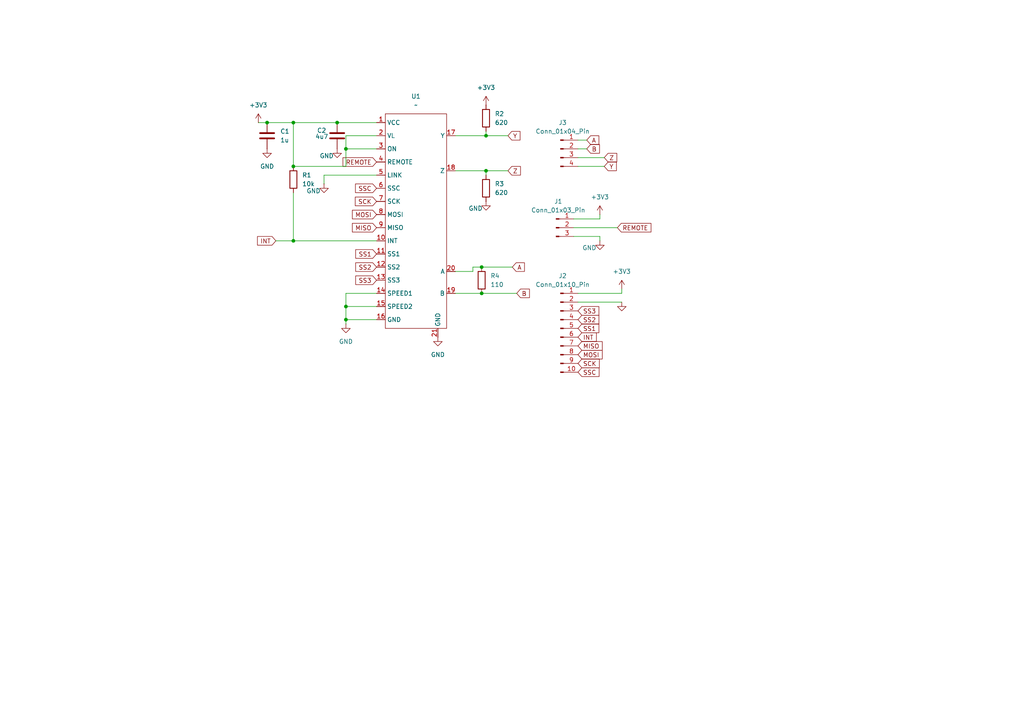
<source format=kicad_sch>
(kicad_sch (version 20250114) (generator "eeschema") (generator_version "9.0")
  (paper "A4")
  (lib_symbols
    (symbol "Connector:Conn_01x03_Pin" (pin_names (offset 1.016) (hide yes))
      (property "Reference" "J" (at 0 5.08 0))
      (property "Value" "Conn_01x03_Pin" (at 0 -5.08 0))
      (symbol "Conn_01x03_Pin_1_1"
        (rectangle (start 0.8636 2.667) (end 0 2.413) (stroke (width 0.1524)) (fill (type outline)))
        (rectangle (start 0.8636 0.127) (end 0 -0.127) (stroke (width 0.1524)) (fill (type outline)))
        (rectangle (start 0.8636 -2.413) (end 0 -2.667) (stroke (width 0.1524)) (fill (type outline)))
        (polyline (pts (xy 1.27 2.54) (xy 0.8636 2.54)) (stroke (width 0.1524)))
        (polyline (pts (xy 1.27 0) (xy 0.8636 0)) (stroke (width 0.1524)))
        (polyline (pts (xy 1.27 -2.54) (xy 0.8636 -2.54)) (stroke (width 0.1524)))
        (pin passive line (at 5.08 2.54 180) (length 3.81) (name "Pin_1") (number "1"))
        (pin passive line (at 5.08 0 180) (length 3.81) (name "Pin_2") (number "2"))
        (pin passive line (at 5.08 -2.54 180) (length 3.81) (name "Pin_3") (number "3"))
      )
    )
    (symbol "Connector:Conn_01x04_Pin" (pin_names (offset 1.016) (hide yes))
      (property "Reference" "J" (at 0 5.08 0))
      (property "Value" "Conn_01x04_Pin" (at 0 -7.62 0))
      (symbol "Conn_01x04_Pin_1_1"
        (rectangle (start 0.8636 2.667) (end 0 2.413) (stroke (width 0.1524)) (fill (type outline)))
        (rectangle (start 0.8636 0.127) (end 0 -0.127) (stroke (width 0.1524)) (fill (type outline)))
        (rectangle (start 0.8636 -2.413) (end 0 -2.667) (stroke (width 0.1524)) (fill (type outline)))
        (rectangle (start 0.8636 -4.953) (end 0 -5.207) (stroke (width 0.1524)) (fill (type outline)))
        (polyline (pts (xy 1.27 2.54) (xy 0.8636 2.54)) (stroke (width 0.1524)))
        (polyline (pts (xy 1.27 0) (xy 0.8636 0)) (stroke (width 0.1524)))
        (polyline (pts (xy 1.27 -2.54) (xy 0.8636 -2.54)) (stroke (width 0.1524)))
        (polyline (pts (xy 1.27 -5.08) (xy 0.8636 -5.08)) (stroke (width 0.1524)))
        (pin passive line (at 5.08 2.54 180) (length 3.81) (name "Pin_1") (number "1"))
        (pin passive line (at 5.08 0 180) (length 3.81) (name "Pin_2") (number "2"))
        (pin passive line (at 5.08 -2.54 180) (length 3.81) (name "Pin_3") (number "3"))
        (pin passive line (at 5.08 -5.08 180) (length 3.81) (name "Pin_4") (number "4"))
      )
    )
    (symbol "Connector:Conn_01x10_Pin" (pin_names (offset 1.016) (hide yes))
      (property "Reference" "J" (at 0 12.7 0))
      (property "Value" "Conn_01x10_Pin" (at 0 -15.24 0))
      (symbol "Conn_01x10_Pin_1_1"
        (rectangle (start 0.8636 10.287) (end 0 10.033) (stroke (width 0.1524)) (fill (type outline)))
        (rectangle (start 0.8636 7.747) (end 0 7.493) (stroke (width 0.1524)) (fill (type outline)))
        (rectangle (start 0.8636 5.207) (end 0 4.953) (stroke (width 0.1524)) (fill (type outline)))
        (rectangle (start 0.8636 2.667) (end 0 2.413) (stroke (width 0.1524)) (fill (type outline)))
        (rectangle (start 0.8636 0.127) (end 0 -0.127) (stroke (width 0.1524)) (fill (type outline)))
        (rectangle (start 0.8636 -2.413) (end 0 -2.667) (stroke (width 0.1524)) (fill (type outline)))
        (rectangle (start 0.8636 -4.953) (end 0 -5.207) (stroke (width 0.1524)) (fill (type outline)))
        (rectangle (start 0.8636 -7.493) (end 0 -7.747) (stroke (width 0.1524)) (fill (type outline)))
        (rectangle (start 0.8636 -10.033) (end 0 -10.287) (stroke (width 0.1524)) (fill (type outline)))
        (rectangle (start 0.8636 -12.573) (end 0 -12.827) (stroke (width 0.1524)) (fill (type outline)))
        (polyline (pts (xy 1.27 10.16) (xy 0.8636 10.16)) (stroke (width 0.1524)))
        (polyline (pts (xy 1.27 7.62) (xy 0.8636 7.62)) (stroke (width 0.1524)))
        (polyline (pts (xy 1.27 5.08) (xy 0.8636 5.08)) (stroke (width 0.1524)))
        (polyline (pts (xy 1.27 2.54) (xy 0.8636 2.54)) (stroke (width 0.1524)))
        (polyline (pts (xy 1.27 0) (xy 0.8636 0)) (stroke (width 0.1524)))
        (polyline (pts (xy 1.27 -2.54) (xy 0.8636 -2.54)) (stroke (width 0.1524)))
        (polyline (pts (xy 1.27 -5.08) (xy 0.8636 -5.08)) (stroke (width 0.1524)))
        (polyline (pts (xy 1.27 -7.62) (xy 0.8636 -7.62)) (stroke (width 0.1524)))
        (polyline (pts (xy 1.27 -10.16) (xy 0.8636 -10.16)) (stroke (width 0.1524)))
        (polyline (pts (xy 1.27 -12.7) (xy 0.8636 -12.7)) (stroke (width 0.1524)))
        (pin passive line (at 5.08 10.16 180) (length 3.81) (name "Pin_1") (number "1"))
        (pin passive line (at 5.08 7.62 180) (length 3.81) (name "Pin_2") (number "2"))
        (pin passive line (at 5.08 5.08 180) (length 3.81) (name "Pin_3") (number "3"))
        (pin passive line (at 5.08 2.54 180) (length 3.81) (name "Pin_4") (number "4"))
        (pin passive line (at 5.08 0 180) (length 3.81) (name "Pin_5") (number "5"))
        (pin passive line (at 5.08 -2.54 180) (length 3.81) (name "Pin_6") (number "6"))
        (pin passive line (at 5.08 -5.08 180) (length 3.81) (name "Pin_7") (number "7"))
        (pin passive line (at 5.08 -7.62 180) (length 3.81) (name "Pin_8") (number "8"))
        (pin passive line (at 5.08 -10.16 180) (length 3.81) (name "Pin_9") (number "9"))
        (pin passive line (at 5.08 -12.7 180) (length 3.81) (name "Pin_10") (number "10"))
      )
    )
    (symbol "Device:C" (pin_numbers (hide yes)) (pin_names (offset 0.254))
      (property "Reference" "C" (at 0.635 2.54 0))
      (property "Value" "C" (at 0.635 -2.54 0))
      (symbol "C_0_1"
        (polyline (pts (xy -2.032 0.762) (xy 2.032 0.762)) (stroke (width 0.508)))
        (polyline (pts (xy -2.032 -0.762) (xy 2.032 -0.762)) (stroke (width 0.508)))
      )
      (symbol "C_1_1"
        (pin passive line (at 0 3.81 270) (length 2.794) (name "~") (number "1"))
        (pin passive line (at 0 -3.81 90) (length 2.794) (name "~") (number "2"))
      )
    )
    (symbol "Device:R" (pin_numbers (hide yes)) (pin_names (offset 0))
      (property "Reference" "R" (at 2.032 0 90))
      (property "Value" "R" (at 0 0 90))
      (symbol "R_0_1"
        (rectangle (start -1.016 -2.54) (end 1.016 2.54) (stroke (width 0.254)))
      )
      (symbol "R_1_1"
        (pin passive line (at 0 3.81 270) (length 1.27) (name "~") (number "1"))
        (pin passive line (at 0 -3.81 90) (length 1.27) (name "~") (number "2"))
      )
    )
    (symbol "power:+3V3" (power) (pin_numbers (hide yes)) (pin_names (offset 0) (hide yes))
      (property "Value" "+3V3" (at 0 3.556 0))
      (symbol "+3V3_0_1"
        (polyline (pts (xy -0.762 1.27) (xy 0 2.54)))
        (polyline (pts (xy 0 2.54) (xy 0.762 1.27)))
        (polyline (pts (xy 0 0) (xy 0 2.54)))
      )
      (symbol "+3V3_1_1"
        (pin power_in line (at 0 0 90) (length 0) (name "~") (number "1"))
      )
    )
    (symbol "power:GND" (power) (pin_numbers (hide yes)) (pin_names (offset 0) (hide yes))
      (property "Value" "GND" (at 0 -3.81 0))
      (symbol "GND_0_1"
        (polyline (pts (xy 0 0) (xy 0 -1.27) (xy 1.27 -1.27) (xy 0 -2.54) (xy -1.27 -1.27) (xy 0 -1.27)))
      )
      (symbol "GND_1_1"
        (pin power_in line (at 0 0 270) (length 0) (name "~") (number "1"))
      )
    )
    (symbol "project:LTC4332"
      (property "Reference" "U" (at 4.826 -52.578 0))
      (symbol "LTC4332_0_1"
        (rectangle (start -3.81 11.43) (end 13.97 -50.8))
      )
      (symbol "LTC4332_1_1"
        (pin power_in line (at -6.35 8.89 0) (length 2.54) (name "VCC") (number "1"))
        (pin input line (at -6.35 5.08 0) (length 2.54) (name "VL") (number "2"))
        (pin input line (at -6.35 1.27 0) (length 2.54) (name "ON") (number "3"))
        (pin input line (at -6.35 -2.54 0) (length 2.54) (name "REMOTE") (number "4"))
        (pin input line (at -6.35 -6.35 0) (length 2.54) (name "LINK") (number "5"))
        (pin input line (at -6.35 -10.16 0) (length 2.54) (name "SSC") (number "6"))
        (pin input line (at -6.35 -13.97 0) (length 2.54) (name "SCK") (number "7"))
        (pin input line (at -6.35 -17.78 0) (length 2.54) (name "MOSI") (number "8"))
        (pin input line (at -6.35 -21.59 0) (length 2.54) (name "MISO") (number "9"))
        (pin input line (at -6.35 -25.4 0) (length 2.54) (name "INT") (number "10"))
        (pin input line (at -6.35 -29.21 0) (length 2.54) (name "SS1") (number "11"))
        (pin input line (at -6.35 -33.02 0) (length 2.54) (name "SS2") (number "12"))
        (pin input line (at -6.35 -36.83 0) (length 2.54) (name "SS3") (number "13"))
        (pin input line (at -6.35 -40.64 0) (length 2.54) (name "SPEED1") (number "14"))
        (pin input line (at -6.35 -44.45 0) (length 2.54) (name "SPEED2") (number "15"))
        (pin input line (at -6.35 -48.26 0) (length 2.54) (name "GND") (number "16"))
        (pin power_in line (at 11.43 -53.34 90) (length 2.54) (name "GND") (number "21"))
        (pin power_in line (at 16.51 5.08 180) (length 2.54) (name "Y") (number "17"))
        (pin power_in line (at 16.51 -5.08 180) (length 2.54) (name "Z") (number "18"))
        (pin power_in line (at 16.51 -34.29 180) (length 2.54) (name "A") (number "20"))
        (pin power_in line (at 16.51 -40.64 180) (length 2.54) (name "B") (number "19"))
      )
    )
  )
  (junction (at 139.7 85.09))
  (junction (at 100.33 88.9))
  (junction (at 97.79 35.56))
  (junction (at 140.97 49.53))
  (junction (at 85.09 35.56))
  (junction (at 100.33 43.18))
  (junction (at 85.09 48.26))
  (junction (at 85.09 69.85))
  (junction (at 100.33 92.71))
  (junction (at 139.7 77.47))
  (junction (at 77.47 35.56))
  (junction (at 140.97 39.37))
  (wire (pts (xy 132.08 49.53) (xy 140.97 49.53)))
  (wire (pts (xy 140.97 49.53) (xy 147.32 49.53)))
  (wire (pts (xy 137.16 77.47) (xy 139.7 77.47)))
  (wire (pts (xy 139.7 77.47) (xy 148.59 77.47)))
  (wire (pts (xy 100.33 92.71) (xy 109.22 92.71)))
  (wire (pts (xy 140.97 39.37) (xy 147.32 39.37)))
  (wire (pts (xy 166.37 63.5) (xy 173.99 63.5)))
  (wire (pts (xy 100.33 92.71) (xy 100.33 93.98)))
  (wire (pts (xy 137.16 78.74) (xy 132.08 78.74)))
  (wire (pts (xy 100.33 85.09) (xy 100.33 88.9)))
  (wire (pts (xy 100.33 48.26) (xy 100.33 43.18)))
  (wire (pts (xy 139.7 85.09) (xy 149.86 85.09)))
  (wire (pts (xy 132.08 39.37) (xy 140.97 39.37)))
  (wire (pts (xy 137.16 78.74) (xy 137.16 77.47)))
  (wire (pts (xy 97.79 35.56) (xy 109.22 35.56)))
  (wire (pts (xy 100.33 88.9) (xy 109.22 88.9)))
  (wire (pts (xy 74.93 35.56) (xy 77.47 35.56)))
  (wire (pts (xy 167.64 43.18) (xy 170.18 43.18)))
  (wire (pts (xy 166.37 66.04) (xy 179.07 66.04)))
  (wire (pts (xy 166.37 68.58) (xy 173.99 68.58)))
  (wire (pts (xy 85.09 35.56) (xy 85.09 48.26)))
  (wire (pts (xy 85.09 69.85) (xy 109.22 69.85)))
  (wire (pts (xy 180.34 85.09) (xy 180.34 83.82)))
  (wire (pts (xy 173.99 63.5) (xy 173.99 62.23)))
  (wire (pts (xy 77.47 35.56) (xy 85.09 35.56)))
  (wire (pts (xy 93.98 50.8) (xy 109.22 50.8)))
  (wire (pts (xy 85.09 48.26) (xy 100.33 48.26)))
  (wire (pts (xy 80.01 69.85) (xy 85.09 69.85)))
  (wire (pts (xy 167.64 48.26) (xy 175.26 48.26)))
  (wire (pts (xy 167.64 87.63) (xy 180.34 87.63)))
  (wire (pts (xy 93.98 53.34) (xy 93.98 50.8)))
  (wire (pts (xy 100.33 88.9) (xy 100.33 92.71)))
  (wire (pts (xy 85.09 35.56) (xy 97.79 35.56)))
  (wire (pts (xy 167.64 45.72) (xy 175.26 45.72)))
  (wire (pts (xy 100.33 43.18) (xy 109.22 43.18)))
  (wire (pts (xy 85.09 55.88) (xy 85.09 69.85)))
  (wire (pts (xy 100.33 39.37) (xy 109.22 39.37)))
  (wire (pts (xy 100.33 43.18) (xy 100.33 39.37)))
  (wire (pts (xy 109.22 85.09) (xy 100.33 85.09)))
  (wire (pts (xy 173.99 68.58) (xy 173.99 69.85)))
  (wire (pts (xy 132.08 85.09) (xy 139.7 85.09)))
  (wire (pts (xy 167.64 40.64) (xy 170.18 40.64)))
  (wire (pts (xy 140.97 49.53) (xy 140.97 50.8)))
  (wire (pts (xy 140.97 39.37) (xy 140.97 38.1)))
  (wire (pts (xy 167.64 85.09) (xy 180.34 85.09)))
  (global_label "SSC" (shape input) (at 167.64 107.95 0) (property "Intersheetrefs" "${INTERSHEET_REFS}" (effects (hide yes))))
  (global_label "MOSI" (shape input) (at 109.22 62.23 180) (property "Intersheetrefs" "${INTERSHEET_REFS}" (effects (hide yes))))
  (global_label "SS1" (shape input) (at 167.64 95.25 0) (property "Intersheetrefs" "${INTERSHEET_REFS}" (effects (hide yes))))
  (global_label "SS2" (shape input) (at 167.64 92.71 0) (property "Intersheetrefs" "${INTERSHEET_REFS}" (effects (hide yes))))
  (global_label "INT" (shape input) (at 80.01 69.85 180) (property "Intersheetrefs" "${INTERSHEET_REFS}" (effects (hide yes))))
  (global_label "MISO" (shape input) (at 167.64 100.33 0) (property "Intersheetrefs" "${INTERSHEET_REFS}" (effects (hide yes))))
  (global_label "B" (shape input) (at 170.18 43.18 0) (property "Intersheetrefs" "${INTERSHEET_REFS}" (effects (hide yes))))
  (global_label "SS3" (shape input) (at 109.22 81.28 180) (property "Intersheetrefs" "${INTERSHEET_REFS}" (effects (hide yes))))
  (global_label "A" (shape input) (at 148.59 77.47 0) (property "Intersheetrefs" "${INTERSHEET_REFS}" (effects (hide yes))))
  (global_label "Z" (shape input) (at 175.26 45.72 0) (property "Intersheetrefs" "${INTERSHEET_REFS}" (effects (hide yes))))
  (global_label "MISO" (shape input) (at 109.22 66.04 180) (property "Intersheetrefs" "${INTERSHEET_REFS}" (effects (hide yes))))
  (global_label "MOSI" (shape input) (at 167.64 102.87 0) (property "Intersheetrefs" "${INTERSHEET_REFS}" (effects (hide yes))))
  (global_label "B" (shape input) (at 149.86 85.09 0) (property "Intersheetrefs" "${INTERSHEET_REFS}" (effects (hide yes))))
  (global_label "SCK" (shape input) (at 109.22 58.42 180) (property "Intersheetrefs" "${INTERSHEET_REFS}" (effects (hide yes))))
  (global_label "REMOTE" (shape input) (at 109.22 46.99 180) (property "Intersheetrefs" "${INTERSHEET_REFS}" (effects (hide yes))))
  (global_label "SSC" (shape input) (at 109.22 54.61 180) (property "Intersheetrefs" "${INTERSHEET_REFS}" (effects (hide yes))))
  (global_label "SS3" (shape input) (at 167.64 90.17 0) (property "Intersheetrefs" "${INTERSHEET_REFS}" (effects (hide yes))))
  (global_label "SS1" (shape input) (at 109.22 73.66 180) (property "Intersheetrefs" "${INTERSHEET_REFS}" (effects (hide yes))))
  (global_label "INT" (shape input) (at 167.64 97.79 0) (property "Intersheetrefs" "${INTERSHEET_REFS}" (effects (hide yes))))
  (global_label "Y" (shape input) (at 175.26 48.26 0) (property "Intersheetrefs" "${INTERSHEET_REFS}" (effects (hide yes))))
  (global_label "SS2" (shape input) (at 109.22 77.47 180) (property "Intersheetrefs" "${INTERSHEET_REFS}" (effects (hide yes))))
  (global_label "SCK" (shape input) (at 167.64 105.41 0) (property "Intersheetrefs" "${INTERSHEET_REFS}" (effects (hide yes))))
  (global_label "Z" (shape input) (at 147.32 49.53 0) (property "Intersheetrefs" "${INTERSHEET_REFS}" (effects (hide yes))))
  (global_label "Y" (shape input) (at 147.32 39.37 0) (property "Intersheetrefs" "${INTERSHEET_REFS}" (effects (hide yes))))
  (global_label "A" (shape input) (at 170.18 40.64 0) (property "Intersheetrefs" "${INTERSHEET_REFS}" (effects (hide yes))))
  (global_label "REMOTE" (shape input) (at 179.07 66.04 0) (property "Intersheetrefs" "${INTERSHEET_REFS}" (effects (hide yes))))
  (symbol (lib_id "Device:R") (at 140.97 34.29 0) (unit 1)
    (property "Reference" "R2" (at 143.51 33.0199 0) (effects (justify left)))
    (property "Value" "620" (at 143.51 35.5599 0) (effects (justify left)))
    (property "Footprint" "Resistor_SMD:R_0603_1608Metric" (effects (hide yes)))
    (property "Description" "Resistor" (effects (hide yes)))
  )
  (symbol (lib_id "power:+3V3") (at 140.97 30.48 0) (unit 1)
    (property "Reference" "#PWR07" (effects (hide yes)))
    (property "Value" "+3V3" (at 140.97 25.4 0))
    (property "Description" "Power symbol creates a global label with name \"+3V3\"" (effects (hide yes)))
  )
  (symbol (lib_id "Connector:Conn_01x04_Pin") (at 162.56 43.18 0) (unit 1)
    (property "Reference" "J3" (at 163.195 35.56 0))
    (property "Value" "Conn_01x04_Pin" (at 163.195 38.1 0))
    (property "Footprint" "Connector_PinHeader_2.54mm:PinHeader_1x04_P2.54mm_Horizontal" (effects (hide yes)))
    (property "Description" "Generic connector, single row, 01x04, script generated" (effects (hide yes)))
  )
  (symbol (lib_id "project:LTC4332") (at 115.57 44.45 0) (unit 1)
    (property "Reference" "U1" (at 120.65 27.94 0))
    (property "Value" "~" (at 120.65 30.48 0))
    (property "Footprint" "Package_DFN_QFN:QFN-20-1EP_4x5mm_P0.5mm_EP2.65x3.65mm" (effects (hide yes)))
  )
  (symbol (lib_id "power:+3V3") (at 173.99 62.23 0) (unit 1)
    (property "Reference" "#PWR09" (effects (hide yes)))
    (property "Value" "+3V3" (at 173.99 57.15 0))
    (property "Description" "Power symbol creates a global label with name \"+3V3\"" (effects (hide yes)))
  )
  (symbol (lib_id "Device:R") (at 85.09 52.07 0) (unit 1)
    (property "Reference" "R1" (at 87.63 50.7999 0) (effects (justify left)))
    (property "Value" "10k" (at 87.63 53.3399 0) (effects (justify left)))
    (property "Footprint" "Resistor_SMD:R_0603_1608Metric" (effects (hide yes)))
    (property "Description" "Resistor" (effects (hide yes)))
  )
  (symbol (lib_id "Connector:Conn_01x10_Pin") (at 162.56 95.25 0) (unit 1)
    (property "Reference" "J2" (at 163.195 80.01 0))
    (property "Value" "Conn_01x10_Pin" (at 163.195 82.55 0))
    (property "Footprint" "Connector_PinHeader_2.54mm:PinHeader_1x10_P2.54mm_Horizontal" (effects (hide yes)))
    (property "Description" "Generic connector, single row, 01x10, script generated" (effects (hide yes)))
  )
  (symbol (lib_id "power:+3V3") (at 180.34 83.82 0) (unit 1)
    (property "Reference" "#PWR012" (effects (hide yes)))
    (property "Value" "+3V3" (at 180.34 78.74 0))
    (property "Description" "Power symbol creates a global label with name \"+3V3\"" (effects (hide yes)))
  )
  (symbol (lib_id "power:GND") (at 77.47 43.18 0) (unit 1)
    (property "Reference" "#PWR02" (effects (hide yes)))
    (property "Value" "GND" (at 77.47 48.26 0))
    (property "Description" "Power symbol creates a global label with name \"GND\" , ground" (effects (hide yes)))
  )
  (symbol (lib_id "power:GND") (at 140.97 58.42 0) (unit 1)
    (property "Reference" "#PWR08" (effects (hide yes)))
    (property "Value" "GND" (at 137.922 60.452 0))
    (property "Description" "Power symbol creates a global label with name \"GND\" , ground" (effects (hide yes)))
  )
  (symbol (lib_id "Device:R") (at 140.97 54.61 0) (unit 1)
    (property "Reference" "R3" (at 143.51 53.3399 0) (effects (justify left)))
    (property "Value" "620" (at 143.51 55.8799 0) (effects (justify left)))
    (property "Footprint" "Resistor_SMD:R_0603_1608Metric" (effects (hide yes)))
    (property "Description" "Resistor" (effects (hide yes)))
  )
  (symbol (lib_id "power:GND") (at 100.33 93.98 0) (unit 1)
    (property "Reference" "#PWR05" (effects (hide yes)))
    (property "Value" "GND" (at 100.33 99.06 0))
    (property "Description" "Power symbol creates a global label with name \"GND\" , ground" (effects (hide yes)))
  )
  (symbol (lib_id "Device:C") (at 97.79 39.37 0) (unit 1)
    (property "Reference" "C2" (at 91.948 37.846 0) (effects (justify left)))
    (property "Value" "4u7" (at 91.44 39.624 0) (effects (justify left)))
    (property "Footprint" "Capacitor_SMD:C_0603_1608Metric" (effects (hide yes)))
    (property "Description" "Unpolarized capacitor" (effects (hide yes)))
  )
  (symbol (lib_id "Device:C") (at 77.47 39.37 0) (unit 1)
    (property "Reference" "C1" (at 81.28 38.0999 0) (effects (justify left)))
    (property "Value" "1u" (at 81.28 40.6399 0) (effects (justify left)))
    (property "Footprint" "Capacitor_SMD:C_0603_1608Metric" (effects (hide yes)))
    (property "Description" "Unpolarized capacitor" (effects (hide yes)))
  )
  (symbol (lib_id "Device:R") (at 139.7 81.28 0) (unit 1)
    (property "Reference" "R4" (at 142.24 80.0099 0) (effects (justify left)))
    (property "Value" "110" (at 142.24 82.5499 0) (effects (justify left)))
    (property "Footprint" "Resistor_SMD:R_0603_1608Metric" (effects (hide yes)))
    (property "Description" "Resistor" (effects (hide yes)))
  )
  (symbol (lib_id "power:GND") (at 97.79 43.18 0) (unit 1)
    (property "Reference" "#PWR03" (effects (hide yes)))
    (property "Value" "GND" (at 94.742 45.212 0))
    (property "Description" "Power symbol creates a global label with name \"GND\" , ground" (effects (hide yes)))
  )
  (symbol (lib_id "power:GND") (at 180.34 87.63 0) (unit 1)
    (property "Reference" "#PWR011" (effects (hide yes)))
    (property "Value" "GND" (effects (hide yes)))
    (property "Description" "Power symbol creates a global label with name \"GND\" , ground" (effects (hide yes)))
  )
  (symbol (lib_id "power:GND") (at 173.99 69.85 0) (unit 1)
    (property "Reference" "#PWR010" (effects (hide yes)))
    (property "Value" "GND" (at 170.942 71.882 0))
    (property "Description" "Power symbol creates a global label with name \"GND\" , ground" (effects (hide yes)))
  )
  (symbol (lib_id "power:GND") (at 127 97.79 0) (unit 1)
    (property "Reference" "#PWR06" (effects (hide yes)))
    (property "Value" "GND" (at 127 102.87 0))
    (property "Description" "Power symbol creates a global label with name \"GND\" , ground" (effects (hide yes)))
  )
  (symbol (lib_id "power:GND") (at 93.98 53.34 0) (unit 1)
    (property "Reference" "#PWR04" (effects (hide yes)))
    (property "Value" "GND" (at 90.932 55.372 0))
    (property "Description" "Power symbol creates a global label with name \"GND\" , ground" (effects (hide yes)))
  )
  (symbol (lib_id "power:+3V3") (at 74.93 35.56 0) (unit 1)
    (property "Reference" "#PWR01" (effects (hide yes)))
    (property "Value" "+3V3" (at 74.93 30.48 0))
    (property "Description" "Power symbol creates a global label with name \"+3V3\"" (effects (hide yes)))
  )
  (symbol (lib_id "Connector:Conn_01x03_Pin") (at 161.29 66.04 0) (unit 1)
    (property "Reference" "J1" (at 161.925 58.42 0))
    (property "Value" "Conn_01x03_Pin" (at 161.925 60.96 0))
    (property "Footprint" "Connector_PinHeader_2.54mm:PinHeader_1x03_P2.54mm_Horizontal" (effects (hide yes)))
    (property "Description" "Generic connector, single row, 01x03, script generated" (effects (hide yes)))
  )
)
</source>
